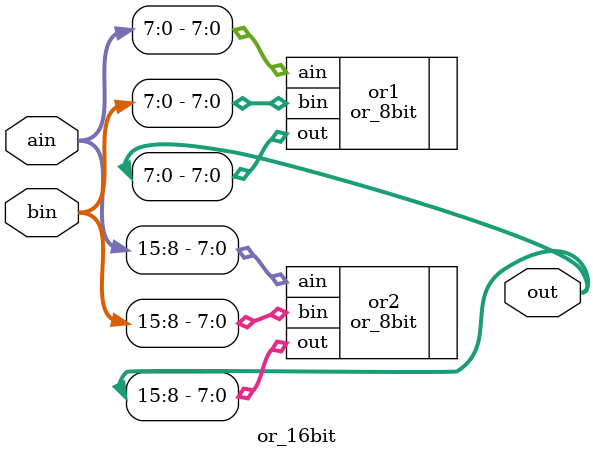
<source format=v>
module or_16bit (
	output [15:0] out,
	input [15:0] ain,
	input [15:0] bin
);

	or_8bit or1 (
		.out(out[7:0]),
		.ain(ain[7:0]),
		.bin(bin[7:0])
	);
	
	or_8bit or2 (
		.out(out[15:8]),
		.ain(ain[15:8]),
		.bin(bin[15:8])
	);
	
endmodule
</source>
